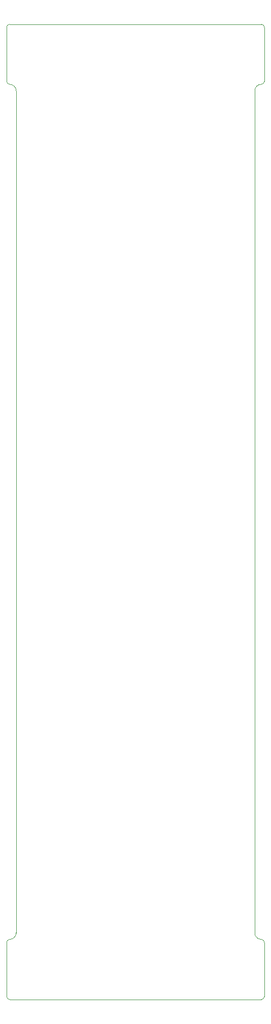
<source format=gm1>
G04 #@! TF.GenerationSoftware,KiCad,Pcbnew,(5.1.9)-1*
G04 #@! TF.CreationDate,2021-12-19T15:19:46-05:00*
G04 #@! TF.ProjectId,backplane-breakout-FPC,6261636b-706c-4616-9e65-2d627265616b,rev?*
G04 #@! TF.SameCoordinates,Original*
G04 #@! TF.FileFunction,Profile,NP*
%FSLAX46Y46*%
G04 Gerber Fmt 4.6, Leading zero omitted, Abs format (unit mm)*
G04 Created by KiCad (PCBNEW (5.1.9)-1) date 2021-12-19 15:19:46*
%MOMM*%
%LPD*%
G01*
G04 APERTURE LIST*
G04 #@! TA.AperFunction,Profile*
%ADD10C,0.050000*%
G04 #@! TD*
G04 APERTURE END LIST*
D10*
X114500000Y-33000000D02*
G75*
G02*
X115600000Y-34100000I0J-1100000D01*
G01*
X156500000Y-33000000D02*
G75*
G03*
X155400000Y-34100000I0J-1100000D01*
G01*
X114500000Y-175400000D02*
G75*
G03*
X115600000Y-174300000I0J1100000D01*
G01*
X155400000Y-174300000D02*
X155400000Y-34100000D01*
X156500000Y-175400000D02*
G75*
G02*
X155400000Y-174300000I0J1100000D01*
G01*
X115600000Y-174300000D02*
X115600000Y-34100000D01*
X114000000Y-184900000D02*
G75*
G03*
X114500000Y-185400000I500000J0D01*
G01*
X157000000Y-184900000D02*
X157000000Y-175900000D01*
X114000000Y-184900000D02*
X114000000Y-175900000D01*
X114000000Y-175900000D02*
G75*
G02*
X114500000Y-175400000I500000J0D01*
G01*
X157000000Y-184900000D02*
G75*
G02*
X156500000Y-185400000I-500000J0D01*
G01*
X156500000Y-175400000D02*
G75*
G02*
X157000000Y-175900000I0J-500000D01*
G01*
X156500000Y-185400000D02*
X114500000Y-185400000D01*
X156500000Y-23000000D02*
G75*
G02*
X157000000Y-23500000I0J-500000D01*
G01*
X157000000Y-32500000D02*
G75*
G02*
X156500000Y-33000000I-500000J0D01*
G01*
X114000000Y-32500000D02*
G75*
G03*
X114500000Y-33000000I500000J0D01*
G01*
X114500000Y-23000000D02*
X156500000Y-23000000D01*
X114000000Y-32500000D02*
X114000000Y-23500000D01*
X114000000Y-23500000D02*
G75*
G02*
X114500000Y-23000000I500000J0D01*
G01*
X157000000Y-32500000D02*
X157000000Y-23500000D01*
M02*

</source>
